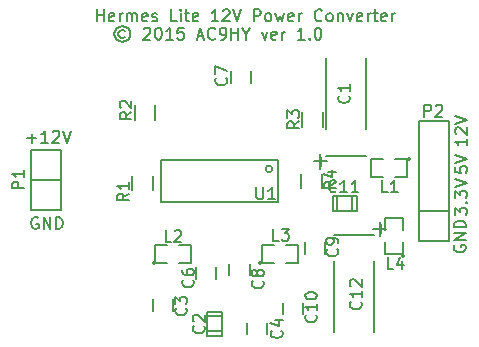
<source format=gto>
%FSLAX46Y46*%
G04 Gerber Fmt 4.6, Leading zero omitted, Abs format (unit mm)*
G04 Created by KiCad (PCBNEW (2014-10-27 BZR 5228)-product) date 17/01/2015 10:16:10*
%MOMM*%
G01*
G04 APERTURE LIST*
%ADD10C,0.100000*%
%ADD11C,0.150000*%
%ADD12C,0.127000*%
G04 APERTURE END LIST*
D10*
D11*
X131438095Y-101377381D02*
X131438095Y-100377381D01*
X131438095Y-100853571D02*
X132009524Y-100853571D01*
X132009524Y-101377381D02*
X132009524Y-100377381D01*
X132866667Y-101329762D02*
X132771429Y-101377381D01*
X132580952Y-101377381D01*
X132485714Y-101329762D01*
X132438095Y-101234524D01*
X132438095Y-100853571D01*
X132485714Y-100758333D01*
X132580952Y-100710714D01*
X132771429Y-100710714D01*
X132866667Y-100758333D01*
X132914286Y-100853571D01*
X132914286Y-100948810D01*
X132438095Y-101044048D01*
X133342857Y-101377381D02*
X133342857Y-100710714D01*
X133342857Y-100901190D02*
X133390476Y-100805952D01*
X133438095Y-100758333D01*
X133533333Y-100710714D01*
X133628572Y-100710714D01*
X133961905Y-101377381D02*
X133961905Y-100710714D01*
X133961905Y-100805952D02*
X134009524Y-100758333D01*
X134104762Y-100710714D01*
X134247620Y-100710714D01*
X134342858Y-100758333D01*
X134390477Y-100853571D01*
X134390477Y-101377381D01*
X134390477Y-100853571D02*
X134438096Y-100758333D01*
X134533334Y-100710714D01*
X134676191Y-100710714D01*
X134771429Y-100758333D01*
X134819048Y-100853571D01*
X134819048Y-101377381D01*
X135676191Y-101329762D02*
X135580953Y-101377381D01*
X135390476Y-101377381D01*
X135295238Y-101329762D01*
X135247619Y-101234524D01*
X135247619Y-100853571D01*
X135295238Y-100758333D01*
X135390476Y-100710714D01*
X135580953Y-100710714D01*
X135676191Y-100758333D01*
X135723810Y-100853571D01*
X135723810Y-100948810D01*
X135247619Y-101044048D01*
X136104762Y-101329762D02*
X136200000Y-101377381D01*
X136390476Y-101377381D01*
X136485715Y-101329762D01*
X136533334Y-101234524D01*
X136533334Y-101186905D01*
X136485715Y-101091667D01*
X136390476Y-101044048D01*
X136247619Y-101044048D01*
X136152381Y-100996429D01*
X136104762Y-100901190D01*
X136104762Y-100853571D01*
X136152381Y-100758333D01*
X136247619Y-100710714D01*
X136390476Y-100710714D01*
X136485715Y-100758333D01*
X138200001Y-101377381D02*
X137723810Y-101377381D01*
X137723810Y-100377381D01*
X138533334Y-101377381D02*
X138533334Y-100710714D01*
X138533334Y-100377381D02*
X138485715Y-100425000D01*
X138533334Y-100472619D01*
X138580953Y-100425000D01*
X138533334Y-100377381D01*
X138533334Y-100472619D01*
X138866667Y-100710714D02*
X139247619Y-100710714D01*
X139009524Y-100377381D02*
X139009524Y-101234524D01*
X139057143Y-101329762D01*
X139152381Y-101377381D01*
X139247619Y-101377381D01*
X139961906Y-101329762D02*
X139866668Y-101377381D01*
X139676191Y-101377381D01*
X139580953Y-101329762D01*
X139533334Y-101234524D01*
X139533334Y-100853571D01*
X139580953Y-100758333D01*
X139676191Y-100710714D01*
X139866668Y-100710714D01*
X139961906Y-100758333D01*
X140009525Y-100853571D01*
X140009525Y-100948810D01*
X139533334Y-101044048D01*
X141723811Y-101377381D02*
X141152382Y-101377381D01*
X141438096Y-101377381D02*
X141438096Y-100377381D01*
X141342858Y-100520238D01*
X141247620Y-100615476D01*
X141152382Y-100663095D01*
X142104763Y-100472619D02*
X142152382Y-100425000D01*
X142247620Y-100377381D01*
X142485716Y-100377381D01*
X142580954Y-100425000D01*
X142628573Y-100472619D01*
X142676192Y-100567857D01*
X142676192Y-100663095D01*
X142628573Y-100805952D01*
X142057144Y-101377381D01*
X142676192Y-101377381D01*
X142961906Y-100377381D02*
X143295239Y-101377381D01*
X143628573Y-100377381D01*
X144723811Y-101377381D02*
X144723811Y-100377381D01*
X145104764Y-100377381D01*
X145200002Y-100425000D01*
X145247621Y-100472619D01*
X145295240Y-100567857D01*
X145295240Y-100710714D01*
X145247621Y-100805952D01*
X145200002Y-100853571D01*
X145104764Y-100901190D01*
X144723811Y-100901190D01*
X145866668Y-101377381D02*
X145771430Y-101329762D01*
X145723811Y-101282143D01*
X145676192Y-101186905D01*
X145676192Y-100901190D01*
X145723811Y-100805952D01*
X145771430Y-100758333D01*
X145866668Y-100710714D01*
X146009526Y-100710714D01*
X146104764Y-100758333D01*
X146152383Y-100805952D01*
X146200002Y-100901190D01*
X146200002Y-101186905D01*
X146152383Y-101282143D01*
X146104764Y-101329762D01*
X146009526Y-101377381D01*
X145866668Y-101377381D01*
X146533335Y-100710714D02*
X146723811Y-101377381D01*
X146914288Y-100901190D01*
X147104764Y-101377381D01*
X147295240Y-100710714D01*
X148057145Y-101329762D02*
X147961907Y-101377381D01*
X147771430Y-101377381D01*
X147676192Y-101329762D01*
X147628573Y-101234524D01*
X147628573Y-100853571D01*
X147676192Y-100758333D01*
X147771430Y-100710714D01*
X147961907Y-100710714D01*
X148057145Y-100758333D01*
X148104764Y-100853571D01*
X148104764Y-100948810D01*
X147628573Y-101044048D01*
X148533335Y-101377381D02*
X148533335Y-100710714D01*
X148533335Y-100901190D02*
X148580954Y-100805952D01*
X148628573Y-100758333D01*
X148723811Y-100710714D01*
X148819050Y-100710714D01*
X150485717Y-101282143D02*
X150438098Y-101329762D01*
X150295241Y-101377381D01*
X150200003Y-101377381D01*
X150057145Y-101329762D01*
X149961907Y-101234524D01*
X149914288Y-101139286D01*
X149866669Y-100948810D01*
X149866669Y-100805952D01*
X149914288Y-100615476D01*
X149961907Y-100520238D01*
X150057145Y-100425000D01*
X150200003Y-100377381D01*
X150295241Y-100377381D01*
X150438098Y-100425000D01*
X150485717Y-100472619D01*
X151057145Y-101377381D02*
X150961907Y-101329762D01*
X150914288Y-101282143D01*
X150866669Y-101186905D01*
X150866669Y-100901190D01*
X150914288Y-100805952D01*
X150961907Y-100758333D01*
X151057145Y-100710714D01*
X151200003Y-100710714D01*
X151295241Y-100758333D01*
X151342860Y-100805952D01*
X151390479Y-100901190D01*
X151390479Y-101186905D01*
X151342860Y-101282143D01*
X151295241Y-101329762D01*
X151200003Y-101377381D01*
X151057145Y-101377381D01*
X151819050Y-100710714D02*
X151819050Y-101377381D01*
X151819050Y-100805952D02*
X151866669Y-100758333D01*
X151961907Y-100710714D01*
X152104765Y-100710714D01*
X152200003Y-100758333D01*
X152247622Y-100853571D01*
X152247622Y-101377381D01*
X152628574Y-100710714D02*
X152866669Y-101377381D01*
X153104765Y-100710714D01*
X153866670Y-101329762D02*
X153771432Y-101377381D01*
X153580955Y-101377381D01*
X153485717Y-101329762D01*
X153438098Y-101234524D01*
X153438098Y-100853571D01*
X153485717Y-100758333D01*
X153580955Y-100710714D01*
X153771432Y-100710714D01*
X153866670Y-100758333D01*
X153914289Y-100853571D01*
X153914289Y-100948810D01*
X153438098Y-101044048D01*
X154342860Y-101377381D02*
X154342860Y-100710714D01*
X154342860Y-100901190D02*
X154390479Y-100805952D01*
X154438098Y-100758333D01*
X154533336Y-100710714D01*
X154628575Y-100710714D01*
X154819051Y-100710714D02*
X155200003Y-100710714D01*
X154961908Y-100377381D02*
X154961908Y-101234524D01*
X155009527Y-101329762D01*
X155104765Y-101377381D01*
X155200003Y-101377381D01*
X155914290Y-101329762D02*
X155819052Y-101377381D01*
X155628575Y-101377381D01*
X155533337Y-101329762D01*
X155485718Y-101234524D01*
X155485718Y-100853571D01*
X155533337Y-100758333D01*
X155628575Y-100710714D01*
X155819052Y-100710714D01*
X155914290Y-100758333D01*
X155961909Y-100853571D01*
X155961909Y-100948810D01*
X155485718Y-101044048D01*
X156390480Y-101377381D02*
X156390480Y-100710714D01*
X156390480Y-100901190D02*
X156438099Y-100805952D01*
X156485718Y-100758333D01*
X156580956Y-100710714D01*
X156676195Y-100710714D01*
X133771429Y-102165476D02*
X133676191Y-102117857D01*
X133485715Y-102117857D01*
X133390477Y-102165476D01*
X133295239Y-102260714D01*
X133247620Y-102355952D01*
X133247620Y-102546429D01*
X133295239Y-102641667D01*
X133390477Y-102736905D01*
X133485715Y-102784524D01*
X133676191Y-102784524D01*
X133771429Y-102736905D01*
X133580953Y-101784524D02*
X133342858Y-101832143D01*
X133104762Y-101975000D01*
X132961905Y-102213095D01*
X132914286Y-102451190D01*
X132961905Y-102689286D01*
X133104762Y-102927381D01*
X133342858Y-103070238D01*
X133580953Y-103117857D01*
X133819048Y-103070238D01*
X134057143Y-102927381D01*
X134200000Y-102689286D01*
X134247620Y-102451190D01*
X134200000Y-102213095D01*
X134057143Y-101975000D01*
X133819048Y-101832143D01*
X133580953Y-101784524D01*
X135390477Y-102022619D02*
X135438096Y-101975000D01*
X135533334Y-101927381D01*
X135771430Y-101927381D01*
X135866668Y-101975000D01*
X135914287Y-102022619D01*
X135961906Y-102117857D01*
X135961906Y-102213095D01*
X135914287Y-102355952D01*
X135342858Y-102927381D01*
X135961906Y-102927381D01*
X136580953Y-101927381D02*
X136676192Y-101927381D01*
X136771430Y-101975000D01*
X136819049Y-102022619D01*
X136866668Y-102117857D01*
X136914287Y-102308333D01*
X136914287Y-102546429D01*
X136866668Y-102736905D01*
X136819049Y-102832143D01*
X136771430Y-102879762D01*
X136676192Y-102927381D01*
X136580953Y-102927381D01*
X136485715Y-102879762D01*
X136438096Y-102832143D01*
X136390477Y-102736905D01*
X136342858Y-102546429D01*
X136342858Y-102308333D01*
X136390477Y-102117857D01*
X136438096Y-102022619D01*
X136485715Y-101975000D01*
X136580953Y-101927381D01*
X137866668Y-102927381D02*
X137295239Y-102927381D01*
X137580953Y-102927381D02*
X137580953Y-101927381D01*
X137485715Y-102070238D01*
X137390477Y-102165476D01*
X137295239Y-102213095D01*
X138771430Y-101927381D02*
X138295239Y-101927381D01*
X138247620Y-102403571D01*
X138295239Y-102355952D01*
X138390477Y-102308333D01*
X138628573Y-102308333D01*
X138723811Y-102355952D01*
X138771430Y-102403571D01*
X138819049Y-102498810D01*
X138819049Y-102736905D01*
X138771430Y-102832143D01*
X138723811Y-102879762D01*
X138628573Y-102927381D01*
X138390477Y-102927381D01*
X138295239Y-102879762D01*
X138247620Y-102832143D01*
X139961906Y-102641667D02*
X140438097Y-102641667D01*
X139866668Y-102927381D02*
X140200001Y-101927381D01*
X140533335Y-102927381D01*
X141438097Y-102832143D02*
X141390478Y-102879762D01*
X141247621Y-102927381D01*
X141152383Y-102927381D01*
X141009525Y-102879762D01*
X140914287Y-102784524D01*
X140866668Y-102689286D01*
X140819049Y-102498810D01*
X140819049Y-102355952D01*
X140866668Y-102165476D01*
X140914287Y-102070238D01*
X141009525Y-101975000D01*
X141152383Y-101927381D01*
X141247621Y-101927381D01*
X141390478Y-101975000D01*
X141438097Y-102022619D01*
X141914287Y-102927381D02*
X142104763Y-102927381D01*
X142200002Y-102879762D01*
X142247621Y-102832143D01*
X142342859Y-102689286D01*
X142390478Y-102498810D01*
X142390478Y-102117857D01*
X142342859Y-102022619D01*
X142295240Y-101975000D01*
X142200002Y-101927381D01*
X142009525Y-101927381D01*
X141914287Y-101975000D01*
X141866668Y-102022619D01*
X141819049Y-102117857D01*
X141819049Y-102355952D01*
X141866668Y-102451190D01*
X141914287Y-102498810D01*
X142009525Y-102546429D01*
X142200002Y-102546429D01*
X142295240Y-102498810D01*
X142342859Y-102451190D01*
X142390478Y-102355952D01*
X142819049Y-102927381D02*
X142819049Y-101927381D01*
X142819049Y-102403571D02*
X143390478Y-102403571D01*
X143390478Y-102927381D02*
X143390478Y-101927381D01*
X144057144Y-102451190D02*
X144057144Y-102927381D01*
X143723811Y-101927381D02*
X144057144Y-102451190D01*
X144390478Y-101927381D01*
X145390478Y-102260714D02*
X145628573Y-102927381D01*
X145866669Y-102260714D01*
X146628574Y-102879762D02*
X146533336Y-102927381D01*
X146342859Y-102927381D01*
X146247621Y-102879762D01*
X146200002Y-102784524D01*
X146200002Y-102403571D01*
X146247621Y-102308333D01*
X146342859Y-102260714D01*
X146533336Y-102260714D01*
X146628574Y-102308333D01*
X146676193Y-102403571D01*
X146676193Y-102498810D01*
X146200002Y-102594048D01*
X147104764Y-102927381D02*
X147104764Y-102260714D01*
X147104764Y-102451190D02*
X147152383Y-102355952D01*
X147200002Y-102308333D01*
X147295240Y-102260714D01*
X147390479Y-102260714D01*
X149009527Y-102927381D02*
X148438098Y-102927381D01*
X148723812Y-102927381D02*
X148723812Y-101927381D01*
X148628574Y-102070238D01*
X148533336Y-102165476D01*
X148438098Y-102213095D01*
X149438098Y-102832143D02*
X149485717Y-102879762D01*
X149438098Y-102927381D01*
X149390479Y-102879762D01*
X149438098Y-102832143D01*
X149438098Y-102927381D01*
X150104764Y-101927381D02*
X150200003Y-101927381D01*
X150295241Y-101975000D01*
X150342860Y-102022619D01*
X150390479Y-102117857D01*
X150438098Y-102308333D01*
X150438098Y-102546429D01*
X150390479Y-102736905D01*
X150342860Y-102832143D01*
X150295241Y-102879762D01*
X150200003Y-102927381D01*
X150104764Y-102927381D01*
X150009526Y-102879762D01*
X149961907Y-102832143D01*
X149914288Y-102736905D01*
X149866669Y-102546429D01*
X149866669Y-102308333D01*
X149914288Y-102117857D01*
X149961907Y-102022619D01*
X150009526Y-101975000D01*
X150104764Y-101927381D01*
X161700000Y-120361904D02*
X161652381Y-120457142D01*
X161652381Y-120599999D01*
X161700000Y-120742857D01*
X161795238Y-120838095D01*
X161890476Y-120885714D01*
X162080952Y-120933333D01*
X162223810Y-120933333D01*
X162414286Y-120885714D01*
X162509524Y-120838095D01*
X162604762Y-120742857D01*
X162652381Y-120599999D01*
X162652381Y-120504761D01*
X162604762Y-120361904D01*
X162557143Y-120314285D01*
X162223810Y-120314285D01*
X162223810Y-120504761D01*
X162652381Y-119885714D02*
X161652381Y-119885714D01*
X162652381Y-119314285D01*
X161652381Y-119314285D01*
X162652381Y-118838095D02*
X161652381Y-118838095D01*
X161652381Y-118600000D01*
X161700000Y-118457142D01*
X161795238Y-118361904D01*
X161890476Y-118314285D01*
X162080952Y-118266666D01*
X162223810Y-118266666D01*
X162414286Y-118314285D01*
X162509524Y-118361904D01*
X162604762Y-118457142D01*
X162652381Y-118600000D01*
X162652381Y-118838095D01*
X161752381Y-117776190D02*
X161752381Y-117157142D01*
X162133333Y-117490476D01*
X162133333Y-117347618D01*
X162180952Y-117252380D01*
X162228571Y-117204761D01*
X162323810Y-117157142D01*
X162561905Y-117157142D01*
X162657143Y-117204761D01*
X162704762Y-117252380D01*
X162752381Y-117347618D01*
X162752381Y-117633333D01*
X162704762Y-117728571D01*
X162657143Y-117776190D01*
X162657143Y-116728571D02*
X162704762Y-116680952D01*
X162752381Y-116728571D01*
X162704762Y-116776190D01*
X162657143Y-116728571D01*
X162752381Y-116728571D01*
X161752381Y-116347619D02*
X161752381Y-115728571D01*
X162133333Y-116061905D01*
X162133333Y-115919047D01*
X162180952Y-115823809D01*
X162228571Y-115776190D01*
X162323810Y-115728571D01*
X162561905Y-115728571D01*
X162657143Y-115776190D01*
X162704762Y-115823809D01*
X162752381Y-115919047D01*
X162752381Y-116204762D01*
X162704762Y-116300000D01*
X162657143Y-116347619D01*
X161752381Y-115442857D02*
X162752381Y-115109524D01*
X161752381Y-114776190D01*
X161752381Y-113690476D02*
X161752381Y-114166667D01*
X162228571Y-114214286D01*
X162180952Y-114166667D01*
X162133333Y-114071429D01*
X162133333Y-113833333D01*
X162180952Y-113738095D01*
X162228571Y-113690476D01*
X162323810Y-113642857D01*
X162561905Y-113642857D01*
X162657143Y-113690476D01*
X162704762Y-113738095D01*
X162752381Y-113833333D01*
X162752381Y-114071429D01*
X162704762Y-114166667D01*
X162657143Y-114214286D01*
X161752381Y-113357143D02*
X162752381Y-113023810D01*
X161752381Y-112690476D01*
X162752381Y-111319047D02*
X162752381Y-111890476D01*
X162752381Y-111604762D02*
X161752381Y-111604762D01*
X161895238Y-111700000D01*
X161990476Y-111795238D01*
X162038095Y-111890476D01*
X161847619Y-110938095D02*
X161800000Y-110890476D01*
X161752381Y-110795238D01*
X161752381Y-110557142D01*
X161800000Y-110461904D01*
X161847619Y-110414285D01*
X161942857Y-110366666D01*
X162038095Y-110366666D01*
X162180952Y-110414285D01*
X162752381Y-110985714D01*
X162752381Y-110366666D01*
X161752381Y-110080952D02*
X162752381Y-109747619D01*
X161752381Y-109414285D01*
X126438096Y-118000000D02*
X126342858Y-117952381D01*
X126200001Y-117952381D01*
X126057143Y-118000000D01*
X125961905Y-118095238D01*
X125914286Y-118190476D01*
X125866667Y-118380952D01*
X125866667Y-118523810D01*
X125914286Y-118714286D01*
X125961905Y-118809524D01*
X126057143Y-118904762D01*
X126200001Y-118952381D01*
X126295239Y-118952381D01*
X126438096Y-118904762D01*
X126485715Y-118857143D01*
X126485715Y-118523810D01*
X126295239Y-118523810D01*
X126914286Y-118952381D02*
X126914286Y-117952381D01*
X127485715Y-118952381D01*
X127485715Y-117952381D01*
X127961905Y-118952381D02*
X127961905Y-117952381D01*
X128200000Y-117952381D01*
X128342858Y-118000000D01*
X128438096Y-118095238D01*
X128485715Y-118190476D01*
X128533334Y-118380952D01*
X128533334Y-118523810D01*
X128485715Y-118714286D01*
X128438096Y-118809524D01*
X128342858Y-118904762D01*
X128200000Y-118952381D01*
X127961905Y-118952381D01*
X125538095Y-111271429D02*
X126300000Y-111271429D01*
X125919048Y-111652381D02*
X125919048Y-110890476D01*
X127300000Y-111652381D02*
X126728571Y-111652381D01*
X127014285Y-111652381D02*
X127014285Y-110652381D01*
X126919047Y-110795238D01*
X126823809Y-110890476D01*
X126728571Y-110938095D01*
X127680952Y-110747619D02*
X127728571Y-110700000D01*
X127823809Y-110652381D01*
X128061905Y-110652381D01*
X128157143Y-110700000D01*
X128204762Y-110747619D01*
X128252381Y-110842857D01*
X128252381Y-110938095D01*
X128204762Y-111080952D01*
X127633333Y-111652381D01*
X128252381Y-111652381D01*
X128538095Y-110652381D02*
X128871428Y-111652381D01*
X129204762Y-110652381D01*
X125830000Y-114800000D02*
X128370000Y-114800000D01*
X125830000Y-117340000D02*
X128370000Y-117340000D01*
X128370000Y-117340000D02*
X128370000Y-114800000D01*
X128370000Y-114800000D02*
X128370000Y-112260000D01*
X128370000Y-112260000D02*
X125830000Y-112260000D01*
X125830000Y-112260000D02*
X125830000Y-117340000D01*
X161270000Y-117440000D02*
X161270000Y-109820000D01*
X158730000Y-117440000D02*
X158730000Y-109820000D01*
X158730000Y-119980000D02*
X158730000Y-117440000D01*
X161270000Y-109820000D02*
X158730000Y-109820000D01*
X158730000Y-117440000D02*
X161270000Y-117440000D01*
X158730000Y-119980000D02*
X161270000Y-119980000D01*
X161270000Y-119980000D02*
X161270000Y-117440000D01*
X150800740Y-112750180D02*
X154199260Y-112750180D01*
X154199260Y-104500260D02*
X154199260Y-110499740D01*
X150800740Y-104500260D02*
X150800740Y-110499740D01*
X149797440Y-113253100D02*
X150897260Y-113253100D01*
X150297820Y-113852540D02*
X150297820Y-112653660D01*
X157978000Y-113038000D02*
G75*
G03X157978000Y-113038000I-127000J0D01*
G01*
X156708000Y-113038000D02*
X157724000Y-113038000D01*
X157724000Y-113038000D02*
X157724000Y-114562000D01*
X157724000Y-114562000D02*
X156708000Y-114562000D01*
X155692000Y-114562000D02*
X154676000Y-114562000D01*
X154676000Y-114562000D02*
X154676000Y-113038000D01*
X154676000Y-113038000D02*
X155692000Y-113038000D01*
X136376000Y-121862000D02*
G75*
G03X136376000Y-121862000I-127000J0D01*
G01*
X137392000Y-121862000D02*
X136376000Y-121862000D01*
X136376000Y-121862000D02*
X136376000Y-120338000D01*
X136376000Y-120338000D02*
X137392000Y-120338000D01*
X138408000Y-120338000D02*
X139424000Y-120338000D01*
X139424000Y-120338000D02*
X139424000Y-121862000D01*
X139424000Y-121862000D02*
X138408000Y-121862000D01*
X145376000Y-121862000D02*
G75*
G03X145376000Y-121862000I-127000J0D01*
G01*
X146392000Y-121862000D02*
X145376000Y-121862000D01*
X145376000Y-121862000D02*
X145376000Y-120338000D01*
X145376000Y-120338000D02*
X146392000Y-120338000D01*
X147408000Y-120338000D02*
X148424000Y-120338000D01*
X148424000Y-120338000D02*
X148424000Y-121862000D01*
X148424000Y-121862000D02*
X147408000Y-121862000D01*
X145850000Y-127900000D02*
X145850000Y-126900000D01*
X144150000Y-126900000D02*
X144150000Y-127900000D01*
X141550000Y-123200000D02*
X141550000Y-122200000D01*
X139850000Y-122200000D02*
X139850000Y-123200000D01*
X142750000Y-105600000D02*
X142750000Y-106600000D01*
X144450000Y-106600000D02*
X144450000Y-105600000D01*
X142650000Y-121900000D02*
X142650000Y-122900000D01*
X144350000Y-122900000D02*
X144350000Y-121900000D01*
X150750000Y-121100000D02*
X150750000Y-120100000D01*
X149050000Y-120100000D02*
X149050000Y-121100000D01*
X134425000Y-115700000D02*
X134425000Y-114500000D01*
X136175000Y-114500000D02*
X136175000Y-115700000D01*
X134625000Y-109700000D02*
X134625000Y-108500000D01*
X136375000Y-108500000D02*
X136375000Y-109700000D01*
X148825000Y-110300000D02*
X148825000Y-109100000D01*
X150575000Y-109100000D02*
X150575000Y-110300000D01*
D12*
X142035000Y-127635000D02*
X140765000Y-127635000D01*
X142035000Y-126365000D02*
X140790400Y-126365000D01*
X142035000Y-125984000D02*
X142035000Y-128016000D01*
X142035000Y-128016000D02*
X140765000Y-128016000D01*
X140765000Y-128016000D02*
X140765000Y-125984000D01*
X140765000Y-125984000D02*
X142035000Y-125984000D01*
D11*
X137850000Y-125900000D02*
X137850000Y-124900000D01*
X136150000Y-124900000D02*
X136150000Y-125900000D01*
X148850000Y-126200000D02*
X148850000Y-125200000D01*
X147150000Y-125200000D02*
X147150000Y-126200000D01*
D12*
X151765000Y-117435000D02*
X151765000Y-116165000D01*
X153035000Y-117435000D02*
X153035000Y-116190400D01*
X153416000Y-117435000D02*
X151384000Y-117435000D01*
X151384000Y-117435000D02*
X151384000Y-116165000D01*
X151384000Y-116165000D02*
X153416000Y-116165000D01*
X153416000Y-116165000D02*
X153416000Y-117435000D01*
D11*
X154899260Y-119449820D02*
X151500740Y-119449820D01*
X151500740Y-127699740D02*
X151500740Y-121700260D01*
X154899260Y-127699740D02*
X154899260Y-121700260D01*
X155902560Y-118946900D02*
X154802740Y-118946900D01*
X155402180Y-118347460D02*
X155402180Y-119546340D01*
X157489000Y-121251000D02*
G75*
G03X157489000Y-121251000I-127000J0D01*
G01*
X157362000Y-120108000D02*
X157362000Y-121124000D01*
X157362000Y-121124000D02*
X155838000Y-121124000D01*
X155838000Y-121124000D02*
X155838000Y-120108000D01*
X155838000Y-119092000D02*
X155838000Y-118076000D01*
X155838000Y-118076000D02*
X157362000Y-118076000D01*
X157362000Y-118076000D02*
X157362000Y-119092000D01*
X150475000Y-114300000D02*
X150475000Y-115500000D01*
X148725000Y-115500000D02*
X148725000Y-114300000D01*
X146753000Y-116678000D02*
X146753000Y-113122000D01*
X136847000Y-116678000D02*
X136847000Y-113122000D01*
X136847000Y-116678000D02*
X146753000Y-116678000D01*
X146753000Y-113122000D02*
X136847000Y-113122000D01*
X146274981Y-113884000D02*
G75*
G03X146274981Y-113884000I-283981J0D01*
G01*
X125266381Y-115538095D02*
X124266381Y-115538095D01*
X124266381Y-115157142D01*
X124314000Y-115061904D01*
X124361619Y-115014285D01*
X124456857Y-114966666D01*
X124599714Y-114966666D01*
X124694952Y-115014285D01*
X124742571Y-115061904D01*
X124790190Y-115157142D01*
X124790190Y-115538095D01*
X125266381Y-114014285D02*
X125266381Y-114585714D01*
X125266381Y-114300000D02*
X124266381Y-114300000D01*
X124409238Y-114395238D01*
X124504476Y-114490476D01*
X124552095Y-114585714D01*
X159161905Y-109452381D02*
X159161905Y-108452381D01*
X159542858Y-108452381D01*
X159638096Y-108500000D01*
X159685715Y-108547619D01*
X159733334Y-108642857D01*
X159733334Y-108785714D01*
X159685715Y-108880952D01*
X159638096Y-108928571D01*
X159542858Y-108976190D01*
X159161905Y-108976190D01*
X160114286Y-108547619D02*
X160161905Y-108500000D01*
X160257143Y-108452381D01*
X160495239Y-108452381D01*
X160590477Y-108500000D01*
X160638096Y-108547619D01*
X160685715Y-108642857D01*
X160685715Y-108738095D01*
X160638096Y-108880952D01*
X160066667Y-109452381D01*
X160685715Y-109452381D01*
X152757143Y-107666666D02*
X152804762Y-107714285D01*
X152852381Y-107857142D01*
X152852381Y-107952380D01*
X152804762Y-108095238D01*
X152709524Y-108190476D01*
X152614286Y-108238095D01*
X152423810Y-108285714D01*
X152280952Y-108285714D01*
X152090476Y-108238095D01*
X151995238Y-108190476D01*
X151900000Y-108095238D01*
X151852381Y-107952380D01*
X151852381Y-107857142D01*
X151900000Y-107714285D01*
X151947619Y-107666666D01*
X152852381Y-106714285D02*
X152852381Y-107285714D01*
X152852381Y-107000000D02*
X151852381Y-107000000D01*
X151995238Y-107095238D01*
X152090476Y-107190476D01*
X152138095Y-107285714D01*
X150371789Y-113631512D02*
X150371789Y-112869607D01*
X150752741Y-113250559D02*
X149990836Y-113250559D01*
X156033334Y-115852381D02*
X155557143Y-115852381D01*
X155557143Y-114852381D01*
X156890477Y-115852381D02*
X156319048Y-115852381D01*
X156604762Y-115852381D02*
X156604762Y-114852381D01*
X156509524Y-114995238D01*
X156414286Y-115090476D01*
X156319048Y-115138095D01*
X137733334Y-120052381D02*
X137257143Y-120052381D01*
X137257143Y-119052381D01*
X138019048Y-119147619D02*
X138066667Y-119100000D01*
X138161905Y-119052381D01*
X138400001Y-119052381D01*
X138495239Y-119100000D01*
X138542858Y-119147619D01*
X138590477Y-119242857D01*
X138590477Y-119338095D01*
X138542858Y-119480952D01*
X137971429Y-120052381D01*
X138590477Y-120052381D01*
X146833334Y-119952381D02*
X146357143Y-119952381D01*
X146357143Y-118952381D01*
X147071429Y-118952381D02*
X147690477Y-118952381D01*
X147357143Y-119333333D01*
X147500001Y-119333333D01*
X147595239Y-119380952D01*
X147642858Y-119428571D01*
X147690477Y-119523810D01*
X147690477Y-119761905D01*
X147642858Y-119857143D01*
X147595239Y-119904762D01*
X147500001Y-119952381D01*
X147214286Y-119952381D01*
X147119048Y-119904762D01*
X147071429Y-119857143D01*
X147057143Y-127566666D02*
X147104762Y-127614285D01*
X147152381Y-127757142D01*
X147152381Y-127852380D01*
X147104762Y-127995238D01*
X147009524Y-128090476D01*
X146914286Y-128138095D01*
X146723810Y-128185714D01*
X146580952Y-128185714D01*
X146390476Y-128138095D01*
X146295238Y-128090476D01*
X146200000Y-127995238D01*
X146152381Y-127852380D01*
X146152381Y-127757142D01*
X146200000Y-127614285D01*
X146247619Y-127566666D01*
X146485714Y-126709523D02*
X147152381Y-126709523D01*
X146104762Y-126947619D02*
X146819048Y-127185714D01*
X146819048Y-126566666D01*
X139557143Y-123266666D02*
X139604762Y-123314285D01*
X139652381Y-123457142D01*
X139652381Y-123552380D01*
X139604762Y-123695238D01*
X139509524Y-123790476D01*
X139414286Y-123838095D01*
X139223810Y-123885714D01*
X139080952Y-123885714D01*
X138890476Y-123838095D01*
X138795238Y-123790476D01*
X138700000Y-123695238D01*
X138652381Y-123552380D01*
X138652381Y-123457142D01*
X138700000Y-123314285D01*
X138747619Y-123266666D01*
X138652381Y-122409523D02*
X138652381Y-122600000D01*
X138700000Y-122695238D01*
X138747619Y-122742857D01*
X138890476Y-122838095D01*
X139080952Y-122885714D01*
X139461905Y-122885714D01*
X139557143Y-122838095D01*
X139604762Y-122790476D01*
X139652381Y-122695238D01*
X139652381Y-122504761D01*
X139604762Y-122409523D01*
X139557143Y-122361904D01*
X139461905Y-122314285D01*
X139223810Y-122314285D01*
X139128571Y-122361904D01*
X139080952Y-122409523D01*
X139033333Y-122504761D01*
X139033333Y-122695238D01*
X139080952Y-122790476D01*
X139128571Y-122838095D01*
X139223810Y-122885714D01*
X142357143Y-106166666D02*
X142404762Y-106214285D01*
X142452381Y-106357142D01*
X142452381Y-106452380D01*
X142404762Y-106595238D01*
X142309524Y-106690476D01*
X142214286Y-106738095D01*
X142023810Y-106785714D01*
X141880952Y-106785714D01*
X141690476Y-106738095D01*
X141595238Y-106690476D01*
X141500000Y-106595238D01*
X141452381Y-106452380D01*
X141452381Y-106357142D01*
X141500000Y-106214285D01*
X141547619Y-106166666D01*
X141452381Y-105833333D02*
X141452381Y-105166666D01*
X142452381Y-105595238D01*
X145457143Y-123366666D02*
X145504762Y-123414285D01*
X145552381Y-123557142D01*
X145552381Y-123652380D01*
X145504762Y-123795238D01*
X145409524Y-123890476D01*
X145314286Y-123938095D01*
X145123810Y-123985714D01*
X144980952Y-123985714D01*
X144790476Y-123938095D01*
X144695238Y-123890476D01*
X144600000Y-123795238D01*
X144552381Y-123652380D01*
X144552381Y-123557142D01*
X144600000Y-123414285D01*
X144647619Y-123366666D01*
X144980952Y-122795238D02*
X144933333Y-122890476D01*
X144885714Y-122938095D01*
X144790476Y-122985714D01*
X144742857Y-122985714D01*
X144647619Y-122938095D01*
X144600000Y-122890476D01*
X144552381Y-122795238D01*
X144552381Y-122604761D01*
X144600000Y-122509523D01*
X144647619Y-122461904D01*
X144742857Y-122414285D01*
X144790476Y-122414285D01*
X144885714Y-122461904D01*
X144933333Y-122509523D01*
X144980952Y-122604761D01*
X144980952Y-122795238D01*
X145028571Y-122890476D01*
X145076190Y-122938095D01*
X145171429Y-122985714D01*
X145361905Y-122985714D01*
X145457143Y-122938095D01*
X145504762Y-122890476D01*
X145552381Y-122795238D01*
X145552381Y-122604761D01*
X145504762Y-122509523D01*
X145457143Y-122461904D01*
X145361905Y-122414285D01*
X145171429Y-122414285D01*
X145076190Y-122461904D01*
X145028571Y-122509523D01*
X144980952Y-122604761D01*
X151757143Y-120666666D02*
X151804762Y-120714285D01*
X151852381Y-120857142D01*
X151852381Y-120952380D01*
X151804762Y-121095238D01*
X151709524Y-121190476D01*
X151614286Y-121238095D01*
X151423810Y-121285714D01*
X151280952Y-121285714D01*
X151090476Y-121238095D01*
X150995238Y-121190476D01*
X150900000Y-121095238D01*
X150852381Y-120952380D01*
X150852381Y-120857142D01*
X150900000Y-120714285D01*
X150947619Y-120666666D01*
X151852381Y-120190476D02*
X151852381Y-120000000D01*
X151804762Y-119904761D01*
X151757143Y-119857142D01*
X151614286Y-119761904D01*
X151423810Y-119714285D01*
X151042857Y-119714285D01*
X150947619Y-119761904D01*
X150900000Y-119809523D01*
X150852381Y-119904761D01*
X150852381Y-120095238D01*
X150900000Y-120190476D01*
X150947619Y-120238095D01*
X151042857Y-120285714D01*
X151280952Y-120285714D01*
X151376190Y-120238095D01*
X151423810Y-120190476D01*
X151471429Y-120095238D01*
X151471429Y-119904761D01*
X151423810Y-119809523D01*
X151376190Y-119761904D01*
X151280952Y-119714285D01*
X134152381Y-115966666D02*
X133676190Y-116300000D01*
X134152381Y-116538095D02*
X133152381Y-116538095D01*
X133152381Y-116157142D01*
X133200000Y-116061904D01*
X133247619Y-116014285D01*
X133342857Y-115966666D01*
X133485714Y-115966666D01*
X133580952Y-116014285D01*
X133628571Y-116061904D01*
X133676190Y-116157142D01*
X133676190Y-116538095D01*
X134152381Y-115014285D02*
X134152381Y-115585714D01*
X134152381Y-115300000D02*
X133152381Y-115300000D01*
X133295238Y-115395238D01*
X133390476Y-115490476D01*
X133438095Y-115585714D01*
X134352381Y-109066666D02*
X133876190Y-109400000D01*
X134352381Y-109638095D02*
X133352381Y-109638095D01*
X133352381Y-109257142D01*
X133400000Y-109161904D01*
X133447619Y-109114285D01*
X133542857Y-109066666D01*
X133685714Y-109066666D01*
X133780952Y-109114285D01*
X133828571Y-109161904D01*
X133876190Y-109257142D01*
X133876190Y-109638095D01*
X133447619Y-108685714D02*
X133400000Y-108638095D01*
X133352381Y-108542857D01*
X133352381Y-108304761D01*
X133400000Y-108209523D01*
X133447619Y-108161904D01*
X133542857Y-108114285D01*
X133638095Y-108114285D01*
X133780952Y-108161904D01*
X134352381Y-108733333D01*
X134352381Y-108114285D01*
X148552381Y-109866666D02*
X148076190Y-110200000D01*
X148552381Y-110438095D02*
X147552381Y-110438095D01*
X147552381Y-110057142D01*
X147600000Y-109961904D01*
X147647619Y-109914285D01*
X147742857Y-109866666D01*
X147885714Y-109866666D01*
X147980952Y-109914285D01*
X148028571Y-109961904D01*
X148076190Y-110057142D01*
X148076190Y-110438095D01*
X147552381Y-109533333D02*
X147552381Y-108914285D01*
X147933333Y-109247619D01*
X147933333Y-109104761D01*
X147980952Y-109009523D01*
X148028571Y-108961904D01*
X148123810Y-108914285D01*
X148361905Y-108914285D01*
X148457143Y-108961904D01*
X148504762Y-109009523D01*
X148552381Y-109104761D01*
X148552381Y-109390476D01*
X148504762Y-109485714D01*
X148457143Y-109533333D01*
X140457143Y-127166666D02*
X140504762Y-127214285D01*
X140552381Y-127357142D01*
X140552381Y-127452380D01*
X140504762Y-127595238D01*
X140409524Y-127690476D01*
X140314286Y-127738095D01*
X140123810Y-127785714D01*
X139980952Y-127785714D01*
X139790476Y-127738095D01*
X139695238Y-127690476D01*
X139600000Y-127595238D01*
X139552381Y-127452380D01*
X139552381Y-127357142D01*
X139600000Y-127214285D01*
X139647619Y-127166666D01*
X139647619Y-126785714D02*
X139600000Y-126738095D01*
X139552381Y-126642857D01*
X139552381Y-126404761D01*
X139600000Y-126309523D01*
X139647619Y-126261904D01*
X139742857Y-126214285D01*
X139838095Y-126214285D01*
X139980952Y-126261904D01*
X140552381Y-126833333D01*
X140552381Y-126214285D01*
X138957143Y-125666666D02*
X139004762Y-125714285D01*
X139052381Y-125857142D01*
X139052381Y-125952380D01*
X139004762Y-126095238D01*
X138909524Y-126190476D01*
X138814286Y-126238095D01*
X138623810Y-126285714D01*
X138480952Y-126285714D01*
X138290476Y-126238095D01*
X138195238Y-126190476D01*
X138100000Y-126095238D01*
X138052381Y-125952380D01*
X138052381Y-125857142D01*
X138100000Y-125714285D01*
X138147619Y-125666666D01*
X138052381Y-125333333D02*
X138052381Y-124714285D01*
X138433333Y-125047619D01*
X138433333Y-124904761D01*
X138480952Y-124809523D01*
X138528571Y-124761904D01*
X138623810Y-124714285D01*
X138861905Y-124714285D01*
X138957143Y-124761904D01*
X139004762Y-124809523D01*
X139052381Y-124904761D01*
X139052381Y-125190476D01*
X139004762Y-125285714D01*
X138957143Y-125333333D01*
X149957143Y-126242857D02*
X150004762Y-126290476D01*
X150052381Y-126433333D01*
X150052381Y-126528571D01*
X150004762Y-126671429D01*
X149909524Y-126766667D01*
X149814286Y-126814286D01*
X149623810Y-126861905D01*
X149480952Y-126861905D01*
X149290476Y-126814286D01*
X149195238Y-126766667D01*
X149100000Y-126671429D01*
X149052381Y-126528571D01*
X149052381Y-126433333D01*
X149100000Y-126290476D01*
X149147619Y-126242857D01*
X150052381Y-125290476D02*
X150052381Y-125861905D01*
X150052381Y-125576191D02*
X149052381Y-125576191D01*
X149195238Y-125671429D01*
X149290476Y-125766667D01*
X149338095Y-125861905D01*
X149052381Y-124671429D02*
X149052381Y-124576190D01*
X149100000Y-124480952D01*
X149147619Y-124433333D01*
X149242857Y-124385714D01*
X149433333Y-124338095D01*
X149671429Y-124338095D01*
X149861905Y-124385714D01*
X149957143Y-124433333D01*
X150004762Y-124480952D01*
X150052381Y-124576190D01*
X150052381Y-124671429D01*
X150004762Y-124766667D01*
X149957143Y-124814286D01*
X149861905Y-124861905D01*
X149671429Y-124909524D01*
X149433333Y-124909524D01*
X149242857Y-124861905D01*
X149147619Y-124814286D01*
X149100000Y-124766667D01*
X149052381Y-124671429D01*
X151657143Y-115757143D02*
X151609524Y-115804762D01*
X151466667Y-115852381D01*
X151371429Y-115852381D01*
X151228571Y-115804762D01*
X151133333Y-115709524D01*
X151085714Y-115614286D01*
X151038095Y-115423810D01*
X151038095Y-115280952D01*
X151085714Y-115090476D01*
X151133333Y-114995238D01*
X151228571Y-114900000D01*
X151371429Y-114852381D01*
X151466667Y-114852381D01*
X151609524Y-114900000D01*
X151657143Y-114947619D01*
X152609524Y-115852381D02*
X152038095Y-115852381D01*
X152323809Y-115852381D02*
X152323809Y-114852381D01*
X152228571Y-114995238D01*
X152133333Y-115090476D01*
X152038095Y-115138095D01*
X153561905Y-115852381D02*
X152990476Y-115852381D01*
X153276190Y-115852381D02*
X153276190Y-114852381D01*
X153180952Y-114995238D01*
X153085714Y-115090476D01*
X152990476Y-115138095D01*
X153757143Y-125142857D02*
X153804762Y-125190476D01*
X153852381Y-125333333D01*
X153852381Y-125428571D01*
X153804762Y-125571429D01*
X153709524Y-125666667D01*
X153614286Y-125714286D01*
X153423810Y-125761905D01*
X153280952Y-125761905D01*
X153090476Y-125714286D01*
X152995238Y-125666667D01*
X152900000Y-125571429D01*
X152852381Y-125428571D01*
X152852381Y-125333333D01*
X152900000Y-125190476D01*
X152947619Y-125142857D01*
X153852381Y-124190476D02*
X153852381Y-124761905D01*
X153852381Y-124476191D02*
X152852381Y-124476191D01*
X152995238Y-124571429D01*
X153090476Y-124666667D01*
X153138095Y-124761905D01*
X152947619Y-123809524D02*
X152900000Y-123761905D01*
X152852381Y-123666667D01*
X152852381Y-123428571D01*
X152900000Y-123333333D01*
X152947619Y-123285714D01*
X153042857Y-123238095D01*
X153138095Y-123238095D01*
X153280952Y-123285714D01*
X153852381Y-123857143D01*
X153852381Y-123238095D01*
X155471069Y-119330392D02*
X155471069Y-118568487D01*
X155852021Y-118949439D02*
X155090116Y-118949439D01*
X156533334Y-122352381D02*
X156057143Y-122352381D01*
X156057143Y-121352381D01*
X157295239Y-121685714D02*
X157295239Y-122352381D01*
X157057143Y-121304762D02*
X156819048Y-122019048D01*
X157438096Y-122019048D01*
X151652381Y-114966666D02*
X151176190Y-115300000D01*
X151652381Y-115538095D02*
X150652381Y-115538095D01*
X150652381Y-115157142D01*
X150700000Y-115061904D01*
X150747619Y-115014285D01*
X150842857Y-114966666D01*
X150985714Y-114966666D01*
X151080952Y-115014285D01*
X151128571Y-115061904D01*
X151176190Y-115157142D01*
X151176190Y-115538095D01*
X150985714Y-114109523D02*
X151652381Y-114109523D01*
X150604762Y-114347619D02*
X151319048Y-114585714D01*
X151319048Y-113966666D01*
X144938095Y-115452381D02*
X144938095Y-116261905D01*
X144985714Y-116357143D01*
X145033333Y-116404762D01*
X145128571Y-116452381D01*
X145319048Y-116452381D01*
X145414286Y-116404762D01*
X145461905Y-116357143D01*
X145509524Y-116261905D01*
X145509524Y-115452381D01*
X146509524Y-116452381D02*
X145938095Y-116452381D01*
X146223809Y-116452381D02*
X146223809Y-115452381D01*
X146128571Y-115595238D01*
X146033333Y-115690476D01*
X145938095Y-115738095D01*
M02*

</source>
